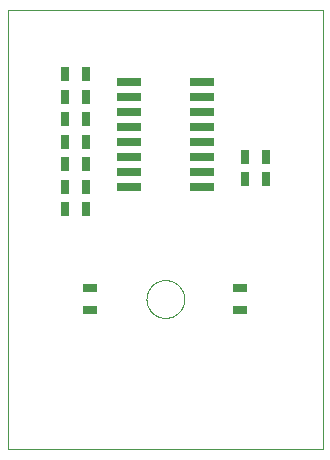
<source format=gbp>
G75*
%MOIN*%
%OFA0B0*%
%FSLAX25Y25*%
%IPPOS*%
%LPD*%
%AMOC8*
5,1,8,0,0,1.08239X$1,22.5*
%
%ADD10C,0.00000*%
%ADD11R,0.08000X0.02600*%
%ADD12R,0.03150X0.04724*%
%ADD13R,0.04724X0.03150*%
D10*
X0001800Y0001800D02*
X0001800Y0148001D01*
X0106721Y0148001D01*
X0106721Y0001800D01*
X0001800Y0001800D01*
X0048001Y0051800D02*
X0048003Y0051958D01*
X0048009Y0052116D01*
X0048019Y0052274D01*
X0048033Y0052432D01*
X0048051Y0052589D01*
X0048072Y0052746D01*
X0048098Y0052902D01*
X0048128Y0053058D01*
X0048161Y0053213D01*
X0048199Y0053366D01*
X0048240Y0053519D01*
X0048285Y0053671D01*
X0048334Y0053822D01*
X0048387Y0053971D01*
X0048443Y0054119D01*
X0048503Y0054265D01*
X0048567Y0054410D01*
X0048635Y0054553D01*
X0048706Y0054695D01*
X0048780Y0054835D01*
X0048858Y0054972D01*
X0048940Y0055108D01*
X0049024Y0055242D01*
X0049113Y0055373D01*
X0049204Y0055502D01*
X0049299Y0055629D01*
X0049396Y0055754D01*
X0049497Y0055876D01*
X0049601Y0055995D01*
X0049708Y0056112D01*
X0049818Y0056226D01*
X0049931Y0056337D01*
X0050046Y0056446D01*
X0050164Y0056551D01*
X0050285Y0056653D01*
X0050408Y0056753D01*
X0050534Y0056849D01*
X0050662Y0056942D01*
X0050792Y0057032D01*
X0050925Y0057118D01*
X0051060Y0057202D01*
X0051196Y0057281D01*
X0051335Y0057358D01*
X0051476Y0057430D01*
X0051618Y0057500D01*
X0051762Y0057565D01*
X0051908Y0057627D01*
X0052055Y0057685D01*
X0052204Y0057740D01*
X0052354Y0057791D01*
X0052505Y0057838D01*
X0052657Y0057881D01*
X0052810Y0057920D01*
X0052965Y0057956D01*
X0053120Y0057987D01*
X0053276Y0058015D01*
X0053432Y0058039D01*
X0053589Y0058059D01*
X0053747Y0058075D01*
X0053904Y0058087D01*
X0054063Y0058095D01*
X0054221Y0058099D01*
X0054379Y0058099D01*
X0054537Y0058095D01*
X0054696Y0058087D01*
X0054853Y0058075D01*
X0055011Y0058059D01*
X0055168Y0058039D01*
X0055324Y0058015D01*
X0055480Y0057987D01*
X0055635Y0057956D01*
X0055790Y0057920D01*
X0055943Y0057881D01*
X0056095Y0057838D01*
X0056246Y0057791D01*
X0056396Y0057740D01*
X0056545Y0057685D01*
X0056692Y0057627D01*
X0056838Y0057565D01*
X0056982Y0057500D01*
X0057124Y0057430D01*
X0057265Y0057358D01*
X0057404Y0057281D01*
X0057540Y0057202D01*
X0057675Y0057118D01*
X0057808Y0057032D01*
X0057938Y0056942D01*
X0058066Y0056849D01*
X0058192Y0056753D01*
X0058315Y0056653D01*
X0058436Y0056551D01*
X0058554Y0056446D01*
X0058669Y0056337D01*
X0058782Y0056226D01*
X0058892Y0056112D01*
X0058999Y0055995D01*
X0059103Y0055876D01*
X0059204Y0055754D01*
X0059301Y0055629D01*
X0059396Y0055502D01*
X0059487Y0055373D01*
X0059576Y0055242D01*
X0059660Y0055108D01*
X0059742Y0054972D01*
X0059820Y0054835D01*
X0059894Y0054695D01*
X0059965Y0054553D01*
X0060033Y0054410D01*
X0060097Y0054265D01*
X0060157Y0054119D01*
X0060213Y0053971D01*
X0060266Y0053822D01*
X0060315Y0053671D01*
X0060360Y0053519D01*
X0060401Y0053366D01*
X0060439Y0053213D01*
X0060472Y0053058D01*
X0060502Y0052902D01*
X0060528Y0052746D01*
X0060549Y0052589D01*
X0060567Y0052432D01*
X0060581Y0052274D01*
X0060591Y0052116D01*
X0060597Y0051958D01*
X0060599Y0051800D01*
X0060597Y0051642D01*
X0060591Y0051484D01*
X0060581Y0051326D01*
X0060567Y0051168D01*
X0060549Y0051011D01*
X0060528Y0050854D01*
X0060502Y0050698D01*
X0060472Y0050542D01*
X0060439Y0050387D01*
X0060401Y0050234D01*
X0060360Y0050081D01*
X0060315Y0049929D01*
X0060266Y0049778D01*
X0060213Y0049629D01*
X0060157Y0049481D01*
X0060097Y0049335D01*
X0060033Y0049190D01*
X0059965Y0049047D01*
X0059894Y0048905D01*
X0059820Y0048765D01*
X0059742Y0048628D01*
X0059660Y0048492D01*
X0059576Y0048358D01*
X0059487Y0048227D01*
X0059396Y0048098D01*
X0059301Y0047971D01*
X0059204Y0047846D01*
X0059103Y0047724D01*
X0058999Y0047605D01*
X0058892Y0047488D01*
X0058782Y0047374D01*
X0058669Y0047263D01*
X0058554Y0047154D01*
X0058436Y0047049D01*
X0058315Y0046947D01*
X0058192Y0046847D01*
X0058066Y0046751D01*
X0057938Y0046658D01*
X0057808Y0046568D01*
X0057675Y0046482D01*
X0057540Y0046398D01*
X0057404Y0046319D01*
X0057265Y0046242D01*
X0057124Y0046170D01*
X0056982Y0046100D01*
X0056838Y0046035D01*
X0056692Y0045973D01*
X0056545Y0045915D01*
X0056396Y0045860D01*
X0056246Y0045809D01*
X0056095Y0045762D01*
X0055943Y0045719D01*
X0055790Y0045680D01*
X0055635Y0045644D01*
X0055480Y0045613D01*
X0055324Y0045585D01*
X0055168Y0045561D01*
X0055011Y0045541D01*
X0054853Y0045525D01*
X0054696Y0045513D01*
X0054537Y0045505D01*
X0054379Y0045501D01*
X0054221Y0045501D01*
X0054063Y0045505D01*
X0053904Y0045513D01*
X0053747Y0045525D01*
X0053589Y0045541D01*
X0053432Y0045561D01*
X0053276Y0045585D01*
X0053120Y0045613D01*
X0052965Y0045644D01*
X0052810Y0045680D01*
X0052657Y0045719D01*
X0052505Y0045762D01*
X0052354Y0045809D01*
X0052204Y0045860D01*
X0052055Y0045915D01*
X0051908Y0045973D01*
X0051762Y0046035D01*
X0051618Y0046100D01*
X0051476Y0046170D01*
X0051335Y0046242D01*
X0051196Y0046319D01*
X0051060Y0046398D01*
X0050925Y0046482D01*
X0050792Y0046568D01*
X0050662Y0046658D01*
X0050534Y0046751D01*
X0050408Y0046847D01*
X0050285Y0046947D01*
X0050164Y0047049D01*
X0050046Y0047154D01*
X0049931Y0047263D01*
X0049818Y0047374D01*
X0049708Y0047488D01*
X0049601Y0047605D01*
X0049497Y0047724D01*
X0049396Y0047846D01*
X0049299Y0047971D01*
X0049204Y0048098D01*
X0049113Y0048227D01*
X0049024Y0048358D01*
X0048940Y0048492D01*
X0048858Y0048628D01*
X0048780Y0048765D01*
X0048706Y0048905D01*
X0048635Y0049047D01*
X0048567Y0049190D01*
X0048503Y0049335D01*
X0048443Y0049481D01*
X0048387Y0049629D01*
X0048334Y0049778D01*
X0048285Y0049929D01*
X0048240Y0050081D01*
X0048199Y0050234D01*
X0048161Y0050387D01*
X0048128Y0050542D01*
X0048098Y0050698D01*
X0048072Y0050854D01*
X0048051Y0051011D01*
X0048033Y0051168D01*
X0048019Y0051326D01*
X0048009Y0051484D01*
X0048003Y0051642D01*
X0048001Y0051800D01*
D11*
X0042200Y0089300D03*
X0042200Y0094300D03*
X0042200Y0099300D03*
X0042200Y0104300D03*
X0042200Y0109300D03*
X0042200Y0114300D03*
X0042200Y0119300D03*
X0042200Y0124300D03*
X0066400Y0124300D03*
X0066400Y0119300D03*
X0066400Y0114300D03*
X0066400Y0109300D03*
X0066400Y0104300D03*
X0066400Y0099300D03*
X0066400Y0094300D03*
X0066400Y0089300D03*
D12*
X0080757Y0091800D03*
X0080757Y0099300D03*
X0087843Y0099300D03*
X0087843Y0091800D03*
X0027843Y0089300D03*
X0027843Y0081800D03*
X0020757Y0081800D03*
X0020757Y0089300D03*
X0020757Y0096800D03*
X0027843Y0096800D03*
X0027843Y0104300D03*
X0027843Y0111800D03*
X0027843Y0119300D03*
X0027843Y0126800D03*
X0020757Y0126800D03*
X0020757Y0119300D03*
X0020757Y0111800D03*
X0020757Y0104300D03*
D13*
X0029300Y0055343D03*
X0029300Y0048257D03*
X0079300Y0048257D03*
X0079300Y0055343D03*
M02*

</source>
